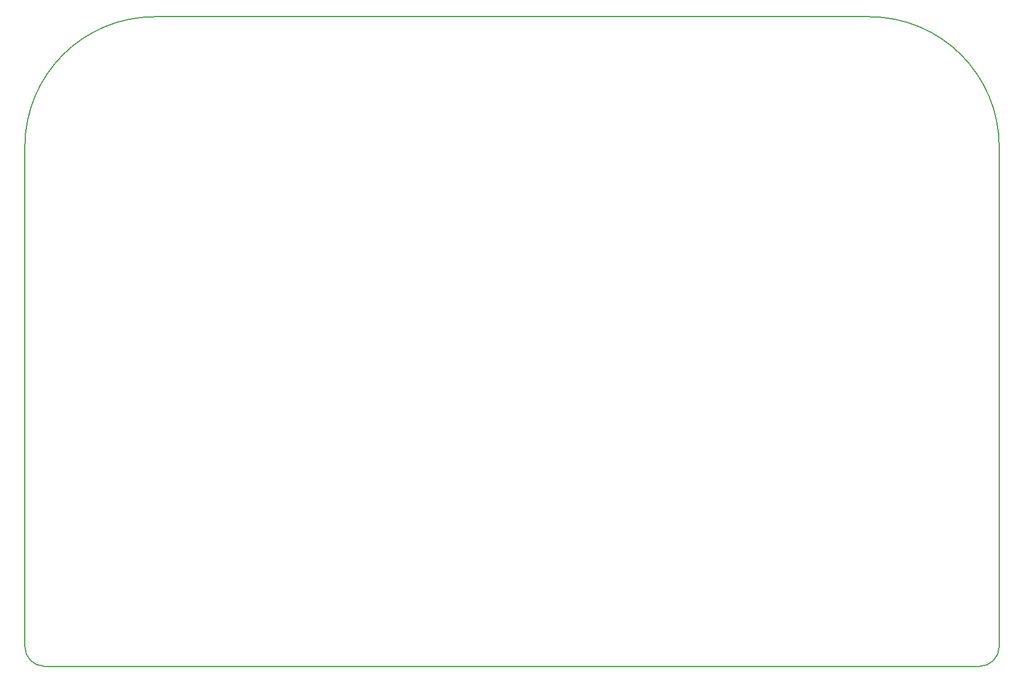
<source format=gbr>
G04 #@! TF.GenerationSoftware,KiCad,Pcbnew,(5.0.0)*
G04 #@! TF.CreationDate,2019-05-28T11:22:12+02:00*
G04 #@! TF.ProjectId,manette_2019,6D616E657474655F323031392E6B6963,rev?*
G04 #@! TF.SameCoordinates,Original*
G04 #@! TF.FileFunction,Profile,NP*
%FSLAX46Y46*%
G04 Gerber Fmt 4.6, Leading zero omitted, Abs format (unit mm)*
G04 Created by KiCad (PCBNEW (5.0.0)) date 05/28/19 11:22:12*
%MOMM*%
%LPD*%
G01*
G04 APERTURE LIST*
%ADD10C,0.150000*%
G04 APERTURE END LIST*
D10*
X150000000Y-97000000D02*
G75*
G02X147000000Y-100000000I-3000000J0D01*
G01*
X3000000Y-100000000D02*
G75*
G02X0Y-97000000I0J3000000D01*
G01*
X130000000Y0D02*
G75*
G02X150000000Y-20000000I0J-20000000D01*
G01*
X0Y-20000000D02*
G75*
G02X20000000Y0I20000000J0D01*
G01*
X0Y-20000000D02*
X0Y-97000000D01*
X20000000Y0D02*
X130000000Y0D01*
X150000000Y-97000000D02*
X150000000Y-20000000D01*
X147000000Y-100000000D02*
X3000000Y-100000000D01*
M02*

</source>
